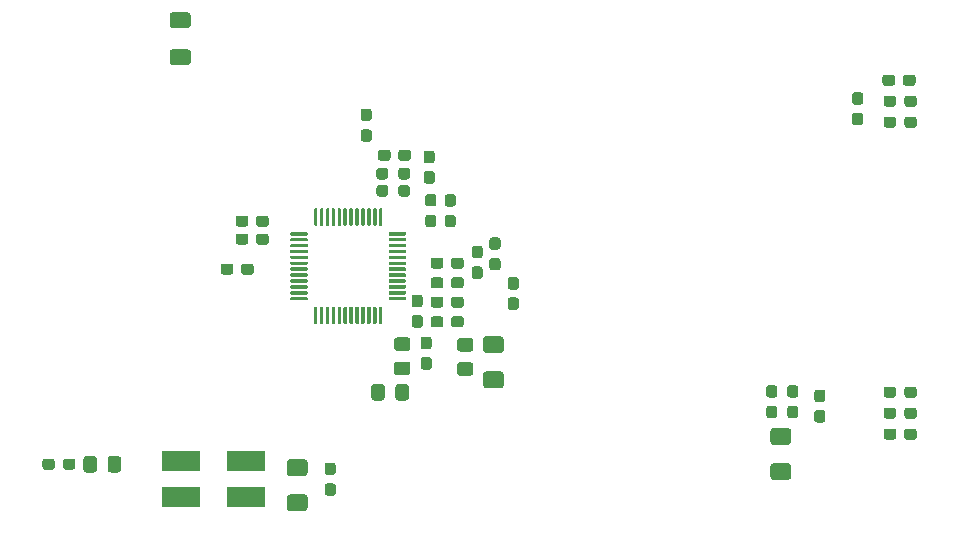
<source format=gtp>
G04 #@! TF.GenerationSoftware,KiCad,Pcbnew,(5.1.12)-1*
G04 #@! TF.CreationDate,2021-12-16T18:47:01+01:00*
G04 #@! TF.ProjectId,eth_phy_KSZ8041MLL_poe,6574685f-7068-4795-9f4b-535a38303431,rev?*
G04 #@! TF.SameCoordinates,Original*
G04 #@! TF.FileFunction,Paste,Top*
G04 #@! TF.FilePolarity,Positive*
%FSLAX46Y46*%
G04 Gerber Fmt 4.6, Leading zero omitted, Abs format (unit mm)*
G04 Created by KiCad (PCBNEW (5.1.12)-1) date 2021-12-16 18:47:01*
%MOMM*%
%LPD*%
G01*
G04 APERTURE LIST*
%ADD10R,3.300000X1.700000*%
G04 APERTURE END LIST*
G36*
G01*
X150492000Y-85835500D02*
X150492000Y-85360500D01*
G75*
G02*
X150729500Y-85123000I237500J0D01*
G01*
X151329500Y-85123000D01*
G75*
G02*
X151567000Y-85360500I0J-237500D01*
G01*
X151567000Y-85835500D01*
G75*
G02*
X151329500Y-86073000I-237500J0D01*
G01*
X150729500Y-86073000D01*
G75*
G02*
X150492000Y-85835500I0J237500D01*
G01*
G37*
G36*
G01*
X152217000Y-85835500D02*
X152217000Y-85360500D01*
G75*
G02*
X152454500Y-85123000I237500J0D01*
G01*
X153054500Y-85123000D01*
G75*
G02*
X153292000Y-85360500I0J-237500D01*
G01*
X153292000Y-85835500D01*
G75*
G02*
X153054500Y-86073000I-237500J0D01*
G01*
X152454500Y-86073000D01*
G75*
G02*
X152217000Y-85835500I0J237500D01*
G01*
G37*
G36*
G01*
X148820500Y-72914500D02*
X148820500Y-73389500D01*
G75*
G02*
X148583000Y-73627000I-237500J0D01*
G01*
X147983000Y-73627000D01*
G75*
G02*
X147745500Y-73389500I0J237500D01*
G01*
X147745500Y-72914500D01*
G75*
G02*
X147983000Y-72677000I237500J0D01*
G01*
X148583000Y-72677000D01*
G75*
G02*
X148820500Y-72914500I0J-237500D01*
G01*
G37*
G36*
G01*
X147095500Y-72914500D02*
X147095500Y-73389500D01*
G75*
G02*
X146858000Y-73627000I-237500J0D01*
G01*
X146258000Y-73627000D01*
G75*
G02*
X146020500Y-73389500I0J237500D01*
G01*
X146020500Y-72914500D01*
G75*
G02*
X146258000Y-72677000I237500J0D01*
G01*
X146858000Y-72677000D01*
G75*
G02*
X147095500Y-72914500I0J-237500D01*
G01*
G37*
G36*
G01*
X129936002Y-65509500D02*
X128635998Y-65509500D01*
G75*
G02*
X128386000Y-65259502I0J249998D01*
G01*
X128386000Y-64434498D01*
G75*
G02*
X128635998Y-64184500I249998J0D01*
G01*
X129936002Y-64184500D01*
G75*
G02*
X130186000Y-64434498I0J-249998D01*
G01*
X130186000Y-65259502D01*
G75*
G02*
X129936002Y-65509500I-249998J0D01*
G01*
G37*
G36*
G01*
X129936002Y-62384500D02*
X128635998Y-62384500D01*
G75*
G02*
X128386000Y-62134502I0J249998D01*
G01*
X128386000Y-61309498D01*
G75*
G02*
X128635998Y-61059500I249998J0D01*
G01*
X129936002Y-61059500D01*
G75*
G02*
X130186000Y-61309498I0J-249998D01*
G01*
X130186000Y-62134502D01*
G75*
G02*
X129936002Y-62384500I-249998J0D01*
G01*
G37*
G36*
G01*
X135057000Y-78502500D02*
X135057000Y-78977500D01*
G75*
G02*
X134819500Y-79215000I-237500J0D01*
G01*
X134219500Y-79215000D01*
G75*
G02*
X133982000Y-78977500I0J237500D01*
G01*
X133982000Y-78502500D01*
G75*
G02*
X134219500Y-78265000I237500J0D01*
G01*
X134819500Y-78265000D01*
G75*
G02*
X135057000Y-78502500I0J-237500D01*
G01*
G37*
G36*
G01*
X136782000Y-78502500D02*
X136782000Y-78977500D01*
G75*
G02*
X136544500Y-79215000I-237500J0D01*
G01*
X135944500Y-79215000D01*
G75*
G02*
X135707000Y-78977500I0J237500D01*
G01*
X135707000Y-78502500D01*
G75*
G02*
X135944500Y-78265000I237500J0D01*
G01*
X136544500Y-78265000D01*
G75*
G02*
X136782000Y-78502500I0J-237500D01*
G01*
G37*
G36*
G01*
X136782000Y-80026500D02*
X136782000Y-80501500D01*
G75*
G02*
X136544500Y-80739000I-237500J0D01*
G01*
X135944500Y-80739000D01*
G75*
G02*
X135707000Y-80501500I0J237500D01*
G01*
X135707000Y-80026500D01*
G75*
G02*
X135944500Y-79789000I237500J0D01*
G01*
X136544500Y-79789000D01*
G75*
G02*
X136782000Y-80026500I0J-237500D01*
G01*
G37*
G36*
G01*
X135057000Y-80026500D02*
X135057000Y-80501500D01*
G75*
G02*
X134819500Y-80739000I-237500J0D01*
G01*
X134219500Y-80739000D01*
G75*
G02*
X133982000Y-80501500I0J237500D01*
G01*
X133982000Y-80026500D01*
G75*
G02*
X134219500Y-79789000I237500J0D01*
G01*
X134819500Y-79789000D01*
G75*
G02*
X135057000Y-80026500I0J-237500D01*
G01*
G37*
G36*
G01*
X155178600Y-91453000D02*
X156428600Y-91453000D01*
G75*
G02*
X156678600Y-91703000I0J-250000D01*
G01*
X156678600Y-92628000D01*
G75*
G02*
X156428600Y-92878000I-250000J0D01*
G01*
X155178600Y-92878000D01*
G75*
G02*
X154928600Y-92628000I0J250000D01*
G01*
X154928600Y-91703000D01*
G75*
G02*
X155178600Y-91453000I250000J0D01*
G01*
G37*
G36*
G01*
X155178600Y-88478000D02*
X156428600Y-88478000D01*
G75*
G02*
X156678600Y-88728000I0J-250000D01*
G01*
X156678600Y-89653000D01*
G75*
G02*
X156428600Y-89903000I-250000J0D01*
G01*
X155178600Y-89903000D01*
G75*
G02*
X154928600Y-89653000I0J250000D01*
G01*
X154928600Y-88728000D01*
G75*
G02*
X155178600Y-88478000I250000J0D01*
G01*
G37*
G36*
G01*
X152217000Y-82533500D02*
X152217000Y-82058500D01*
G75*
G02*
X152454500Y-81821000I237500J0D01*
G01*
X153054500Y-81821000D01*
G75*
G02*
X153292000Y-82058500I0J-237500D01*
G01*
X153292000Y-82533500D01*
G75*
G02*
X153054500Y-82771000I-237500J0D01*
G01*
X152454500Y-82771000D01*
G75*
G02*
X152217000Y-82533500I0J237500D01*
G01*
G37*
G36*
G01*
X150492000Y-82533500D02*
X150492000Y-82058500D01*
G75*
G02*
X150729500Y-81821000I237500J0D01*
G01*
X151329500Y-81821000D01*
G75*
G02*
X151567000Y-82058500I0J-237500D01*
G01*
X151567000Y-82533500D01*
G75*
G02*
X151329500Y-82771000I-237500J0D01*
G01*
X150729500Y-82771000D01*
G75*
G02*
X150492000Y-82533500I0J237500D01*
G01*
G37*
G36*
G01*
X152217000Y-84184500D02*
X152217000Y-83709500D01*
G75*
G02*
X152454500Y-83472000I237500J0D01*
G01*
X153054500Y-83472000D01*
G75*
G02*
X153292000Y-83709500I0J-237500D01*
G01*
X153292000Y-84184500D01*
G75*
G02*
X153054500Y-84422000I-237500J0D01*
G01*
X152454500Y-84422000D01*
G75*
G02*
X152217000Y-84184500I0J237500D01*
G01*
G37*
G36*
G01*
X150492000Y-84184500D02*
X150492000Y-83709500D01*
G75*
G02*
X150729500Y-83472000I237500J0D01*
G01*
X151329500Y-83472000D01*
G75*
G02*
X151567000Y-83709500I0J-237500D01*
G01*
X151567000Y-84184500D01*
G75*
G02*
X151329500Y-84422000I-237500J0D01*
G01*
X150729500Y-84422000D01*
G75*
G02*
X150492000Y-84184500I0J237500D01*
G01*
G37*
G36*
G01*
X149876500Y-88516000D02*
X150351500Y-88516000D01*
G75*
G02*
X150589000Y-88753500I0J-237500D01*
G01*
X150589000Y-89353500D01*
G75*
G02*
X150351500Y-89591000I-237500J0D01*
G01*
X149876500Y-89591000D01*
G75*
G02*
X149639000Y-89353500I0J237500D01*
G01*
X149639000Y-88753500D01*
G75*
G02*
X149876500Y-88516000I237500J0D01*
G01*
G37*
G36*
G01*
X149876500Y-90241000D02*
X150351500Y-90241000D01*
G75*
G02*
X150589000Y-90478500I0J-237500D01*
G01*
X150589000Y-91078500D01*
G75*
G02*
X150351500Y-91316000I-237500J0D01*
G01*
X149876500Y-91316000D01*
G75*
G02*
X149639000Y-91078500I0J237500D01*
G01*
X149639000Y-90478500D01*
G75*
G02*
X149876500Y-90241000I237500J0D01*
G01*
G37*
G36*
G01*
X135512000Y-82566500D02*
X135512000Y-83041500D01*
G75*
G02*
X135274500Y-83279000I-237500J0D01*
G01*
X134674500Y-83279000D01*
G75*
G02*
X134437000Y-83041500I0J237500D01*
G01*
X134437000Y-82566500D01*
G75*
G02*
X134674500Y-82329000I237500J0D01*
G01*
X135274500Y-82329000D01*
G75*
G02*
X135512000Y-82566500I0J-237500D01*
G01*
G37*
G36*
G01*
X133787000Y-82566500D02*
X133787000Y-83041500D01*
G75*
G02*
X133549500Y-83279000I-237500J0D01*
G01*
X132949500Y-83279000D01*
G75*
G02*
X132712000Y-83041500I0J237500D01*
G01*
X132712000Y-82566500D01*
G75*
G02*
X132949500Y-82329000I237500J0D01*
G01*
X133549500Y-82329000D01*
G75*
G02*
X133787000Y-82566500I0J-237500D01*
G01*
G37*
G36*
G01*
X186876700Y-70615000D02*
X186401700Y-70615000D01*
G75*
G02*
X186164200Y-70377500I0J237500D01*
G01*
X186164200Y-69777500D01*
G75*
G02*
X186401700Y-69540000I237500J0D01*
G01*
X186876700Y-69540000D01*
G75*
G02*
X187114200Y-69777500I0J-237500D01*
G01*
X187114200Y-70377500D01*
G75*
G02*
X186876700Y-70615000I-237500J0D01*
G01*
G37*
G36*
G01*
X186876700Y-68890000D02*
X186401700Y-68890000D01*
G75*
G02*
X186164200Y-68652500I0J237500D01*
G01*
X186164200Y-68052500D01*
G75*
G02*
X186401700Y-67815000I237500J0D01*
G01*
X186876700Y-67815000D01*
G75*
G02*
X187114200Y-68052500I0J-237500D01*
G01*
X187114200Y-68652500D01*
G75*
G02*
X186876700Y-68890000I-237500J0D01*
G01*
G37*
G36*
G01*
X152217000Y-87486500D02*
X152217000Y-87011500D01*
G75*
G02*
X152454500Y-86774000I237500J0D01*
G01*
X153054500Y-86774000D01*
G75*
G02*
X153292000Y-87011500I0J-237500D01*
G01*
X153292000Y-87486500D01*
G75*
G02*
X153054500Y-87724000I-237500J0D01*
G01*
X152454500Y-87724000D01*
G75*
G02*
X152217000Y-87486500I0J237500D01*
G01*
G37*
G36*
G01*
X150492000Y-87486500D02*
X150492000Y-87011500D01*
G75*
G02*
X150729500Y-86774000I237500J0D01*
G01*
X151329500Y-86774000D01*
G75*
G02*
X151567000Y-87011500I0J-237500D01*
G01*
X151567000Y-87486500D01*
G75*
G02*
X151329500Y-87724000I-237500J0D01*
G01*
X150729500Y-87724000D01*
G75*
G02*
X150492000Y-87486500I0J237500D01*
G01*
G37*
G36*
G01*
X183201300Y-94711400D02*
X183676300Y-94711400D01*
G75*
G02*
X183913800Y-94948900I0J-237500D01*
G01*
X183913800Y-95548900D01*
G75*
G02*
X183676300Y-95786400I-237500J0D01*
G01*
X183201300Y-95786400D01*
G75*
G02*
X182963800Y-95548900I0J237500D01*
G01*
X182963800Y-94948900D01*
G75*
G02*
X183201300Y-94711400I237500J0D01*
G01*
G37*
G36*
G01*
X183201300Y-92986400D02*
X183676300Y-92986400D01*
G75*
G02*
X183913800Y-93223900I0J-237500D01*
G01*
X183913800Y-93823900D01*
G75*
G02*
X183676300Y-94061400I-237500J0D01*
G01*
X183201300Y-94061400D01*
G75*
G02*
X182963800Y-93823900I0J237500D01*
G01*
X182963800Y-93223900D01*
G75*
G02*
X183201300Y-92986400I237500J0D01*
G01*
G37*
G36*
G01*
X149114500Y-84960000D02*
X149589500Y-84960000D01*
G75*
G02*
X149827000Y-85197500I0J-237500D01*
G01*
X149827000Y-85797500D01*
G75*
G02*
X149589500Y-86035000I-237500J0D01*
G01*
X149114500Y-86035000D01*
G75*
G02*
X148877000Y-85797500I0J237500D01*
G01*
X148877000Y-85197500D01*
G75*
G02*
X149114500Y-84960000I237500J0D01*
G01*
G37*
G36*
G01*
X149114500Y-86685000D02*
X149589500Y-86685000D01*
G75*
G02*
X149827000Y-86922500I0J-237500D01*
G01*
X149827000Y-87522500D01*
G75*
G02*
X149589500Y-87760000I-237500J0D01*
G01*
X149114500Y-87760000D01*
G75*
G02*
X148877000Y-87522500I0J237500D01*
G01*
X148877000Y-86922500D01*
G75*
G02*
X149114500Y-86685000I237500J0D01*
G01*
G37*
G36*
G01*
X179511800Y-96250400D02*
X180761800Y-96250400D01*
G75*
G02*
X181011800Y-96500400I0J-250000D01*
G01*
X181011800Y-97425400D01*
G75*
G02*
X180761800Y-97675400I-250000J0D01*
G01*
X179511800Y-97675400D01*
G75*
G02*
X179261800Y-97425400I0J250000D01*
G01*
X179261800Y-96500400D01*
G75*
G02*
X179511800Y-96250400I250000J0D01*
G01*
G37*
G36*
G01*
X179511800Y-99225400D02*
X180761800Y-99225400D01*
G75*
G02*
X181011800Y-99475400I0J-250000D01*
G01*
X181011800Y-100400400D01*
G75*
G02*
X180761800Y-100650400I-250000J0D01*
G01*
X179511800Y-100650400D01*
G75*
G02*
X179261800Y-100400400I0J250000D01*
G01*
X179261800Y-99475400D01*
G75*
G02*
X179511800Y-99225400I250000J0D01*
G01*
G37*
G36*
G01*
X190470500Y-67039500D02*
X190470500Y-66564500D01*
G75*
G02*
X190708000Y-66327000I237500J0D01*
G01*
X191308000Y-66327000D01*
G75*
G02*
X191545500Y-66564500I0J-237500D01*
G01*
X191545500Y-67039500D01*
G75*
G02*
X191308000Y-67277000I-237500J0D01*
G01*
X190708000Y-67277000D01*
G75*
G02*
X190470500Y-67039500I0J237500D01*
G01*
G37*
G36*
G01*
X188745500Y-67039500D02*
X188745500Y-66564500D01*
G75*
G02*
X188983000Y-66327000I237500J0D01*
G01*
X189583000Y-66327000D01*
G75*
G02*
X189820500Y-66564500I0J-237500D01*
G01*
X189820500Y-67039500D01*
G75*
G02*
X189583000Y-67277000I-237500J0D01*
G01*
X188983000Y-67277000D01*
G75*
G02*
X188745500Y-67039500I0J237500D01*
G01*
G37*
D10*
X129330000Y-99060000D03*
X134830000Y-99060000D03*
X134830000Y-102108000D03*
X129330000Y-102108000D03*
G36*
G01*
X124291000Y-98863999D02*
X124291000Y-99764001D01*
G75*
G02*
X124041001Y-100014000I-249999J0D01*
G01*
X123390999Y-100014000D01*
G75*
G02*
X123141000Y-99764001I0J249999D01*
G01*
X123141000Y-98863999D01*
G75*
G02*
X123390999Y-98614000I249999J0D01*
G01*
X124041001Y-98614000D01*
G75*
G02*
X124291000Y-98863999I0J-249999D01*
G01*
G37*
G36*
G01*
X122241000Y-98863999D02*
X122241000Y-99764001D01*
G75*
G02*
X121991001Y-100014000I-249999J0D01*
G01*
X121340999Y-100014000D01*
G75*
G02*
X121091000Y-99764001I0J249999D01*
G01*
X121091000Y-98863999D01*
G75*
G02*
X121340999Y-98614000I249999J0D01*
G01*
X121991001Y-98614000D01*
G75*
G02*
X122241000Y-98863999I0J-249999D01*
G01*
G37*
G36*
G01*
X152965999Y-88620800D02*
X153866001Y-88620800D01*
G75*
G02*
X154116000Y-88870799I0J-249999D01*
G01*
X154116000Y-89520801D01*
G75*
G02*
X153866001Y-89770800I-249999J0D01*
G01*
X152965999Y-89770800D01*
G75*
G02*
X152716000Y-89520801I0J249999D01*
G01*
X152716000Y-88870799D01*
G75*
G02*
X152965999Y-88620800I249999J0D01*
G01*
G37*
G36*
G01*
X152965999Y-90670800D02*
X153866001Y-90670800D01*
G75*
G02*
X154116000Y-90920799I0J-249999D01*
G01*
X154116000Y-91570801D01*
G75*
G02*
X153866001Y-91820800I-249999J0D01*
G01*
X152965999Y-91820800D01*
G75*
G02*
X152716000Y-91570801I0J249999D01*
G01*
X152716000Y-90920799D01*
G75*
G02*
X152965999Y-90670800I249999J0D01*
G01*
G37*
G36*
G01*
X145457000Y-93668001D02*
X145457000Y-92767999D01*
G75*
G02*
X145706999Y-92518000I249999J0D01*
G01*
X146357001Y-92518000D01*
G75*
G02*
X146607000Y-92767999I0J-249999D01*
G01*
X146607000Y-93668001D01*
G75*
G02*
X146357001Y-93918000I-249999J0D01*
G01*
X145706999Y-93918000D01*
G75*
G02*
X145457000Y-93668001I0J249999D01*
G01*
G37*
G36*
G01*
X147507000Y-93668001D02*
X147507000Y-92767999D01*
G75*
G02*
X147756999Y-92518000I249999J0D01*
G01*
X148407001Y-92518000D01*
G75*
G02*
X148657000Y-92767999I0J-249999D01*
G01*
X148657000Y-93668001D01*
G75*
G02*
X148407001Y-93918000I-249999J0D01*
G01*
X147756999Y-93918000D01*
G75*
G02*
X147507000Y-93668001I0J249999D01*
G01*
G37*
G36*
G01*
X147631999Y-90620000D02*
X148532001Y-90620000D01*
G75*
G02*
X148782000Y-90869999I0J-249999D01*
G01*
X148782000Y-91520001D01*
G75*
G02*
X148532001Y-91770000I-249999J0D01*
G01*
X147631999Y-91770000D01*
G75*
G02*
X147382000Y-91520001I0J249999D01*
G01*
X147382000Y-90869999D01*
G75*
G02*
X147631999Y-90620000I249999J0D01*
G01*
G37*
G36*
G01*
X147631999Y-88570000D02*
X148532001Y-88570000D01*
G75*
G02*
X148782000Y-88819999I0J-249999D01*
G01*
X148782000Y-89470001D01*
G75*
G02*
X148532001Y-89720000I-249999J0D01*
G01*
X147631999Y-89720000D01*
G75*
G02*
X147382000Y-89470001I0J249999D01*
G01*
X147382000Y-88819999D01*
G75*
G02*
X147631999Y-88570000I249999J0D01*
G01*
G37*
G36*
G01*
X148410000Y-85225000D02*
X148410000Y-85375000D01*
G75*
G02*
X148335000Y-85450000I-75000J0D01*
G01*
X147010000Y-85450000D01*
G75*
G02*
X146935000Y-85375000I0J75000D01*
G01*
X146935000Y-85225000D01*
G75*
G02*
X147010000Y-85150000I75000J0D01*
G01*
X148335000Y-85150000D01*
G75*
G02*
X148410000Y-85225000I0J-75000D01*
G01*
G37*
G36*
G01*
X148410000Y-84725000D02*
X148410000Y-84875000D01*
G75*
G02*
X148335000Y-84950000I-75000J0D01*
G01*
X147010000Y-84950000D01*
G75*
G02*
X146935000Y-84875000I0J75000D01*
G01*
X146935000Y-84725000D01*
G75*
G02*
X147010000Y-84650000I75000J0D01*
G01*
X148335000Y-84650000D01*
G75*
G02*
X148410000Y-84725000I0J-75000D01*
G01*
G37*
G36*
G01*
X148410000Y-84225000D02*
X148410000Y-84375000D01*
G75*
G02*
X148335000Y-84450000I-75000J0D01*
G01*
X147010000Y-84450000D01*
G75*
G02*
X146935000Y-84375000I0J75000D01*
G01*
X146935000Y-84225000D01*
G75*
G02*
X147010000Y-84150000I75000J0D01*
G01*
X148335000Y-84150000D01*
G75*
G02*
X148410000Y-84225000I0J-75000D01*
G01*
G37*
G36*
G01*
X148410000Y-83725000D02*
X148410000Y-83875000D01*
G75*
G02*
X148335000Y-83950000I-75000J0D01*
G01*
X147010000Y-83950000D01*
G75*
G02*
X146935000Y-83875000I0J75000D01*
G01*
X146935000Y-83725000D01*
G75*
G02*
X147010000Y-83650000I75000J0D01*
G01*
X148335000Y-83650000D01*
G75*
G02*
X148410000Y-83725000I0J-75000D01*
G01*
G37*
G36*
G01*
X148410000Y-83225000D02*
X148410000Y-83375000D01*
G75*
G02*
X148335000Y-83450000I-75000J0D01*
G01*
X147010000Y-83450000D01*
G75*
G02*
X146935000Y-83375000I0J75000D01*
G01*
X146935000Y-83225000D01*
G75*
G02*
X147010000Y-83150000I75000J0D01*
G01*
X148335000Y-83150000D01*
G75*
G02*
X148410000Y-83225000I0J-75000D01*
G01*
G37*
G36*
G01*
X148410000Y-82725000D02*
X148410000Y-82875000D01*
G75*
G02*
X148335000Y-82950000I-75000J0D01*
G01*
X147010000Y-82950000D01*
G75*
G02*
X146935000Y-82875000I0J75000D01*
G01*
X146935000Y-82725000D01*
G75*
G02*
X147010000Y-82650000I75000J0D01*
G01*
X148335000Y-82650000D01*
G75*
G02*
X148410000Y-82725000I0J-75000D01*
G01*
G37*
G36*
G01*
X148410000Y-82225000D02*
X148410000Y-82375000D01*
G75*
G02*
X148335000Y-82450000I-75000J0D01*
G01*
X147010000Y-82450000D01*
G75*
G02*
X146935000Y-82375000I0J75000D01*
G01*
X146935000Y-82225000D01*
G75*
G02*
X147010000Y-82150000I75000J0D01*
G01*
X148335000Y-82150000D01*
G75*
G02*
X148410000Y-82225000I0J-75000D01*
G01*
G37*
G36*
G01*
X148410000Y-81725000D02*
X148410000Y-81875000D01*
G75*
G02*
X148335000Y-81950000I-75000J0D01*
G01*
X147010000Y-81950000D01*
G75*
G02*
X146935000Y-81875000I0J75000D01*
G01*
X146935000Y-81725000D01*
G75*
G02*
X147010000Y-81650000I75000J0D01*
G01*
X148335000Y-81650000D01*
G75*
G02*
X148410000Y-81725000I0J-75000D01*
G01*
G37*
G36*
G01*
X148410000Y-81225000D02*
X148410000Y-81375000D01*
G75*
G02*
X148335000Y-81450000I-75000J0D01*
G01*
X147010000Y-81450000D01*
G75*
G02*
X146935000Y-81375000I0J75000D01*
G01*
X146935000Y-81225000D01*
G75*
G02*
X147010000Y-81150000I75000J0D01*
G01*
X148335000Y-81150000D01*
G75*
G02*
X148410000Y-81225000I0J-75000D01*
G01*
G37*
G36*
G01*
X148410000Y-80725000D02*
X148410000Y-80875000D01*
G75*
G02*
X148335000Y-80950000I-75000J0D01*
G01*
X147010000Y-80950000D01*
G75*
G02*
X146935000Y-80875000I0J75000D01*
G01*
X146935000Y-80725000D01*
G75*
G02*
X147010000Y-80650000I75000J0D01*
G01*
X148335000Y-80650000D01*
G75*
G02*
X148410000Y-80725000I0J-75000D01*
G01*
G37*
G36*
G01*
X148410000Y-80225000D02*
X148410000Y-80375000D01*
G75*
G02*
X148335000Y-80450000I-75000J0D01*
G01*
X147010000Y-80450000D01*
G75*
G02*
X146935000Y-80375000I0J75000D01*
G01*
X146935000Y-80225000D01*
G75*
G02*
X147010000Y-80150000I75000J0D01*
G01*
X148335000Y-80150000D01*
G75*
G02*
X148410000Y-80225000I0J-75000D01*
G01*
G37*
G36*
G01*
X148410000Y-79725000D02*
X148410000Y-79875000D01*
G75*
G02*
X148335000Y-79950000I-75000J0D01*
G01*
X147010000Y-79950000D01*
G75*
G02*
X146935000Y-79875000I0J75000D01*
G01*
X146935000Y-79725000D01*
G75*
G02*
X147010000Y-79650000I75000J0D01*
G01*
X148335000Y-79650000D01*
G75*
G02*
X148410000Y-79725000I0J-75000D01*
G01*
G37*
G36*
G01*
X146410000Y-77725000D02*
X146410000Y-79050000D01*
G75*
G02*
X146335000Y-79125000I-75000J0D01*
G01*
X146185000Y-79125000D01*
G75*
G02*
X146110000Y-79050000I0J75000D01*
G01*
X146110000Y-77725000D01*
G75*
G02*
X146185000Y-77650000I75000J0D01*
G01*
X146335000Y-77650000D01*
G75*
G02*
X146410000Y-77725000I0J-75000D01*
G01*
G37*
G36*
G01*
X145910000Y-77725000D02*
X145910000Y-79050000D01*
G75*
G02*
X145835000Y-79125000I-75000J0D01*
G01*
X145685000Y-79125000D01*
G75*
G02*
X145610000Y-79050000I0J75000D01*
G01*
X145610000Y-77725000D01*
G75*
G02*
X145685000Y-77650000I75000J0D01*
G01*
X145835000Y-77650000D01*
G75*
G02*
X145910000Y-77725000I0J-75000D01*
G01*
G37*
G36*
G01*
X145410000Y-77725000D02*
X145410000Y-79050000D01*
G75*
G02*
X145335000Y-79125000I-75000J0D01*
G01*
X145185000Y-79125000D01*
G75*
G02*
X145110000Y-79050000I0J75000D01*
G01*
X145110000Y-77725000D01*
G75*
G02*
X145185000Y-77650000I75000J0D01*
G01*
X145335000Y-77650000D01*
G75*
G02*
X145410000Y-77725000I0J-75000D01*
G01*
G37*
G36*
G01*
X144910000Y-77725000D02*
X144910000Y-79050000D01*
G75*
G02*
X144835000Y-79125000I-75000J0D01*
G01*
X144685000Y-79125000D01*
G75*
G02*
X144610000Y-79050000I0J75000D01*
G01*
X144610000Y-77725000D01*
G75*
G02*
X144685000Y-77650000I75000J0D01*
G01*
X144835000Y-77650000D01*
G75*
G02*
X144910000Y-77725000I0J-75000D01*
G01*
G37*
G36*
G01*
X144410000Y-77725000D02*
X144410000Y-79050000D01*
G75*
G02*
X144335000Y-79125000I-75000J0D01*
G01*
X144185000Y-79125000D01*
G75*
G02*
X144110000Y-79050000I0J75000D01*
G01*
X144110000Y-77725000D01*
G75*
G02*
X144185000Y-77650000I75000J0D01*
G01*
X144335000Y-77650000D01*
G75*
G02*
X144410000Y-77725000I0J-75000D01*
G01*
G37*
G36*
G01*
X143910000Y-77725000D02*
X143910000Y-79050000D01*
G75*
G02*
X143835000Y-79125000I-75000J0D01*
G01*
X143685000Y-79125000D01*
G75*
G02*
X143610000Y-79050000I0J75000D01*
G01*
X143610000Y-77725000D01*
G75*
G02*
X143685000Y-77650000I75000J0D01*
G01*
X143835000Y-77650000D01*
G75*
G02*
X143910000Y-77725000I0J-75000D01*
G01*
G37*
G36*
G01*
X143410000Y-77725000D02*
X143410000Y-79050000D01*
G75*
G02*
X143335000Y-79125000I-75000J0D01*
G01*
X143185000Y-79125000D01*
G75*
G02*
X143110000Y-79050000I0J75000D01*
G01*
X143110000Y-77725000D01*
G75*
G02*
X143185000Y-77650000I75000J0D01*
G01*
X143335000Y-77650000D01*
G75*
G02*
X143410000Y-77725000I0J-75000D01*
G01*
G37*
G36*
G01*
X142910000Y-77725000D02*
X142910000Y-79050000D01*
G75*
G02*
X142835000Y-79125000I-75000J0D01*
G01*
X142685000Y-79125000D01*
G75*
G02*
X142610000Y-79050000I0J75000D01*
G01*
X142610000Y-77725000D01*
G75*
G02*
X142685000Y-77650000I75000J0D01*
G01*
X142835000Y-77650000D01*
G75*
G02*
X142910000Y-77725000I0J-75000D01*
G01*
G37*
G36*
G01*
X142410000Y-77725000D02*
X142410000Y-79050000D01*
G75*
G02*
X142335000Y-79125000I-75000J0D01*
G01*
X142185000Y-79125000D01*
G75*
G02*
X142110000Y-79050000I0J75000D01*
G01*
X142110000Y-77725000D01*
G75*
G02*
X142185000Y-77650000I75000J0D01*
G01*
X142335000Y-77650000D01*
G75*
G02*
X142410000Y-77725000I0J-75000D01*
G01*
G37*
G36*
G01*
X141910000Y-77725000D02*
X141910000Y-79050000D01*
G75*
G02*
X141835000Y-79125000I-75000J0D01*
G01*
X141685000Y-79125000D01*
G75*
G02*
X141610000Y-79050000I0J75000D01*
G01*
X141610000Y-77725000D01*
G75*
G02*
X141685000Y-77650000I75000J0D01*
G01*
X141835000Y-77650000D01*
G75*
G02*
X141910000Y-77725000I0J-75000D01*
G01*
G37*
G36*
G01*
X141410000Y-77725000D02*
X141410000Y-79050000D01*
G75*
G02*
X141335000Y-79125000I-75000J0D01*
G01*
X141185000Y-79125000D01*
G75*
G02*
X141110000Y-79050000I0J75000D01*
G01*
X141110000Y-77725000D01*
G75*
G02*
X141185000Y-77650000I75000J0D01*
G01*
X141335000Y-77650000D01*
G75*
G02*
X141410000Y-77725000I0J-75000D01*
G01*
G37*
G36*
G01*
X140910000Y-77725000D02*
X140910000Y-79050000D01*
G75*
G02*
X140835000Y-79125000I-75000J0D01*
G01*
X140685000Y-79125000D01*
G75*
G02*
X140610000Y-79050000I0J75000D01*
G01*
X140610000Y-77725000D01*
G75*
G02*
X140685000Y-77650000I75000J0D01*
G01*
X140835000Y-77650000D01*
G75*
G02*
X140910000Y-77725000I0J-75000D01*
G01*
G37*
G36*
G01*
X140085000Y-79725000D02*
X140085000Y-79875000D01*
G75*
G02*
X140010000Y-79950000I-75000J0D01*
G01*
X138685000Y-79950000D01*
G75*
G02*
X138610000Y-79875000I0J75000D01*
G01*
X138610000Y-79725000D01*
G75*
G02*
X138685000Y-79650000I75000J0D01*
G01*
X140010000Y-79650000D01*
G75*
G02*
X140085000Y-79725000I0J-75000D01*
G01*
G37*
G36*
G01*
X140085000Y-80225000D02*
X140085000Y-80375000D01*
G75*
G02*
X140010000Y-80450000I-75000J0D01*
G01*
X138685000Y-80450000D01*
G75*
G02*
X138610000Y-80375000I0J75000D01*
G01*
X138610000Y-80225000D01*
G75*
G02*
X138685000Y-80150000I75000J0D01*
G01*
X140010000Y-80150000D01*
G75*
G02*
X140085000Y-80225000I0J-75000D01*
G01*
G37*
G36*
G01*
X140085000Y-80725000D02*
X140085000Y-80875000D01*
G75*
G02*
X140010000Y-80950000I-75000J0D01*
G01*
X138685000Y-80950000D01*
G75*
G02*
X138610000Y-80875000I0J75000D01*
G01*
X138610000Y-80725000D01*
G75*
G02*
X138685000Y-80650000I75000J0D01*
G01*
X140010000Y-80650000D01*
G75*
G02*
X140085000Y-80725000I0J-75000D01*
G01*
G37*
G36*
G01*
X140085000Y-81225000D02*
X140085000Y-81375000D01*
G75*
G02*
X140010000Y-81450000I-75000J0D01*
G01*
X138685000Y-81450000D01*
G75*
G02*
X138610000Y-81375000I0J75000D01*
G01*
X138610000Y-81225000D01*
G75*
G02*
X138685000Y-81150000I75000J0D01*
G01*
X140010000Y-81150000D01*
G75*
G02*
X140085000Y-81225000I0J-75000D01*
G01*
G37*
G36*
G01*
X140085000Y-81725000D02*
X140085000Y-81875000D01*
G75*
G02*
X140010000Y-81950000I-75000J0D01*
G01*
X138685000Y-81950000D01*
G75*
G02*
X138610000Y-81875000I0J75000D01*
G01*
X138610000Y-81725000D01*
G75*
G02*
X138685000Y-81650000I75000J0D01*
G01*
X140010000Y-81650000D01*
G75*
G02*
X140085000Y-81725000I0J-75000D01*
G01*
G37*
G36*
G01*
X140085000Y-82225000D02*
X140085000Y-82375000D01*
G75*
G02*
X140010000Y-82450000I-75000J0D01*
G01*
X138685000Y-82450000D01*
G75*
G02*
X138610000Y-82375000I0J75000D01*
G01*
X138610000Y-82225000D01*
G75*
G02*
X138685000Y-82150000I75000J0D01*
G01*
X140010000Y-82150000D01*
G75*
G02*
X140085000Y-82225000I0J-75000D01*
G01*
G37*
G36*
G01*
X140085000Y-82725000D02*
X140085000Y-82875000D01*
G75*
G02*
X140010000Y-82950000I-75000J0D01*
G01*
X138685000Y-82950000D01*
G75*
G02*
X138610000Y-82875000I0J75000D01*
G01*
X138610000Y-82725000D01*
G75*
G02*
X138685000Y-82650000I75000J0D01*
G01*
X140010000Y-82650000D01*
G75*
G02*
X140085000Y-82725000I0J-75000D01*
G01*
G37*
G36*
G01*
X140085000Y-83225000D02*
X140085000Y-83375000D01*
G75*
G02*
X140010000Y-83450000I-75000J0D01*
G01*
X138685000Y-83450000D01*
G75*
G02*
X138610000Y-83375000I0J75000D01*
G01*
X138610000Y-83225000D01*
G75*
G02*
X138685000Y-83150000I75000J0D01*
G01*
X140010000Y-83150000D01*
G75*
G02*
X140085000Y-83225000I0J-75000D01*
G01*
G37*
G36*
G01*
X140085000Y-83725000D02*
X140085000Y-83875000D01*
G75*
G02*
X140010000Y-83950000I-75000J0D01*
G01*
X138685000Y-83950000D01*
G75*
G02*
X138610000Y-83875000I0J75000D01*
G01*
X138610000Y-83725000D01*
G75*
G02*
X138685000Y-83650000I75000J0D01*
G01*
X140010000Y-83650000D01*
G75*
G02*
X140085000Y-83725000I0J-75000D01*
G01*
G37*
G36*
G01*
X140085000Y-84225000D02*
X140085000Y-84375000D01*
G75*
G02*
X140010000Y-84450000I-75000J0D01*
G01*
X138685000Y-84450000D01*
G75*
G02*
X138610000Y-84375000I0J75000D01*
G01*
X138610000Y-84225000D01*
G75*
G02*
X138685000Y-84150000I75000J0D01*
G01*
X140010000Y-84150000D01*
G75*
G02*
X140085000Y-84225000I0J-75000D01*
G01*
G37*
G36*
G01*
X140085000Y-84725000D02*
X140085000Y-84875000D01*
G75*
G02*
X140010000Y-84950000I-75000J0D01*
G01*
X138685000Y-84950000D01*
G75*
G02*
X138610000Y-84875000I0J75000D01*
G01*
X138610000Y-84725000D01*
G75*
G02*
X138685000Y-84650000I75000J0D01*
G01*
X140010000Y-84650000D01*
G75*
G02*
X140085000Y-84725000I0J-75000D01*
G01*
G37*
G36*
G01*
X140085000Y-85225000D02*
X140085000Y-85375000D01*
G75*
G02*
X140010000Y-85450000I-75000J0D01*
G01*
X138685000Y-85450000D01*
G75*
G02*
X138610000Y-85375000I0J75000D01*
G01*
X138610000Y-85225000D01*
G75*
G02*
X138685000Y-85150000I75000J0D01*
G01*
X140010000Y-85150000D01*
G75*
G02*
X140085000Y-85225000I0J-75000D01*
G01*
G37*
G36*
G01*
X140910000Y-86050000D02*
X140910000Y-87375000D01*
G75*
G02*
X140835000Y-87450000I-75000J0D01*
G01*
X140685000Y-87450000D01*
G75*
G02*
X140610000Y-87375000I0J75000D01*
G01*
X140610000Y-86050000D01*
G75*
G02*
X140685000Y-85975000I75000J0D01*
G01*
X140835000Y-85975000D01*
G75*
G02*
X140910000Y-86050000I0J-75000D01*
G01*
G37*
G36*
G01*
X141410000Y-86050000D02*
X141410000Y-87375000D01*
G75*
G02*
X141335000Y-87450000I-75000J0D01*
G01*
X141185000Y-87450000D01*
G75*
G02*
X141110000Y-87375000I0J75000D01*
G01*
X141110000Y-86050000D01*
G75*
G02*
X141185000Y-85975000I75000J0D01*
G01*
X141335000Y-85975000D01*
G75*
G02*
X141410000Y-86050000I0J-75000D01*
G01*
G37*
G36*
G01*
X141910000Y-86050000D02*
X141910000Y-87375000D01*
G75*
G02*
X141835000Y-87450000I-75000J0D01*
G01*
X141685000Y-87450000D01*
G75*
G02*
X141610000Y-87375000I0J75000D01*
G01*
X141610000Y-86050000D01*
G75*
G02*
X141685000Y-85975000I75000J0D01*
G01*
X141835000Y-85975000D01*
G75*
G02*
X141910000Y-86050000I0J-75000D01*
G01*
G37*
G36*
G01*
X142410000Y-86050000D02*
X142410000Y-87375000D01*
G75*
G02*
X142335000Y-87450000I-75000J0D01*
G01*
X142185000Y-87450000D01*
G75*
G02*
X142110000Y-87375000I0J75000D01*
G01*
X142110000Y-86050000D01*
G75*
G02*
X142185000Y-85975000I75000J0D01*
G01*
X142335000Y-85975000D01*
G75*
G02*
X142410000Y-86050000I0J-75000D01*
G01*
G37*
G36*
G01*
X142910000Y-86050000D02*
X142910000Y-87375000D01*
G75*
G02*
X142835000Y-87450000I-75000J0D01*
G01*
X142685000Y-87450000D01*
G75*
G02*
X142610000Y-87375000I0J75000D01*
G01*
X142610000Y-86050000D01*
G75*
G02*
X142685000Y-85975000I75000J0D01*
G01*
X142835000Y-85975000D01*
G75*
G02*
X142910000Y-86050000I0J-75000D01*
G01*
G37*
G36*
G01*
X143410000Y-86050000D02*
X143410000Y-87375000D01*
G75*
G02*
X143335000Y-87450000I-75000J0D01*
G01*
X143185000Y-87450000D01*
G75*
G02*
X143110000Y-87375000I0J75000D01*
G01*
X143110000Y-86050000D01*
G75*
G02*
X143185000Y-85975000I75000J0D01*
G01*
X143335000Y-85975000D01*
G75*
G02*
X143410000Y-86050000I0J-75000D01*
G01*
G37*
G36*
G01*
X143910000Y-86050000D02*
X143910000Y-87375000D01*
G75*
G02*
X143835000Y-87450000I-75000J0D01*
G01*
X143685000Y-87450000D01*
G75*
G02*
X143610000Y-87375000I0J75000D01*
G01*
X143610000Y-86050000D01*
G75*
G02*
X143685000Y-85975000I75000J0D01*
G01*
X143835000Y-85975000D01*
G75*
G02*
X143910000Y-86050000I0J-75000D01*
G01*
G37*
G36*
G01*
X144410000Y-86050000D02*
X144410000Y-87375000D01*
G75*
G02*
X144335000Y-87450000I-75000J0D01*
G01*
X144185000Y-87450000D01*
G75*
G02*
X144110000Y-87375000I0J75000D01*
G01*
X144110000Y-86050000D01*
G75*
G02*
X144185000Y-85975000I75000J0D01*
G01*
X144335000Y-85975000D01*
G75*
G02*
X144410000Y-86050000I0J-75000D01*
G01*
G37*
G36*
G01*
X144910000Y-86050000D02*
X144910000Y-87375000D01*
G75*
G02*
X144835000Y-87450000I-75000J0D01*
G01*
X144685000Y-87450000D01*
G75*
G02*
X144610000Y-87375000I0J75000D01*
G01*
X144610000Y-86050000D01*
G75*
G02*
X144685000Y-85975000I75000J0D01*
G01*
X144835000Y-85975000D01*
G75*
G02*
X144910000Y-86050000I0J-75000D01*
G01*
G37*
G36*
G01*
X145410000Y-86050000D02*
X145410000Y-87375000D01*
G75*
G02*
X145335000Y-87450000I-75000J0D01*
G01*
X145185000Y-87450000D01*
G75*
G02*
X145110000Y-87375000I0J75000D01*
G01*
X145110000Y-86050000D01*
G75*
G02*
X145185000Y-85975000I75000J0D01*
G01*
X145335000Y-85975000D01*
G75*
G02*
X145410000Y-86050000I0J-75000D01*
G01*
G37*
G36*
G01*
X145910000Y-86050000D02*
X145910000Y-87375000D01*
G75*
G02*
X145835000Y-87450000I-75000J0D01*
G01*
X145685000Y-87450000D01*
G75*
G02*
X145610000Y-87375000I0J75000D01*
G01*
X145610000Y-86050000D01*
G75*
G02*
X145685000Y-85975000I75000J0D01*
G01*
X145835000Y-85975000D01*
G75*
G02*
X145910000Y-86050000I0J-75000D01*
G01*
G37*
G36*
G01*
X146410000Y-86050000D02*
X146410000Y-87375000D01*
G75*
G02*
X146335000Y-87450000I-75000J0D01*
G01*
X146185000Y-87450000D01*
G75*
G02*
X146110000Y-87375000I0J75000D01*
G01*
X146110000Y-86050000D01*
G75*
G02*
X146185000Y-85975000I75000J0D01*
G01*
X146335000Y-85975000D01*
G75*
G02*
X146410000Y-86050000I0J-75000D01*
G01*
G37*
G36*
G01*
X180915300Y-92619400D02*
X181390300Y-92619400D01*
G75*
G02*
X181627800Y-92856900I0J-237500D01*
G01*
X181627800Y-93431900D01*
G75*
G02*
X181390300Y-93669400I-237500J0D01*
G01*
X180915300Y-93669400D01*
G75*
G02*
X180677800Y-93431900I0J237500D01*
G01*
X180677800Y-92856900D01*
G75*
G02*
X180915300Y-92619400I237500J0D01*
G01*
G37*
G36*
G01*
X180915300Y-94369400D02*
X181390300Y-94369400D01*
G75*
G02*
X181627800Y-94606900I0J-237500D01*
G01*
X181627800Y-95181900D01*
G75*
G02*
X181390300Y-95419400I-237500J0D01*
G01*
X180915300Y-95419400D01*
G75*
G02*
X180677800Y-95181900I0J237500D01*
G01*
X180677800Y-94606900D01*
G75*
G02*
X180915300Y-94369400I237500J0D01*
G01*
G37*
G36*
G01*
X179137300Y-94369400D02*
X179612300Y-94369400D01*
G75*
G02*
X179849800Y-94606900I0J-237500D01*
G01*
X179849800Y-95181900D01*
G75*
G02*
X179612300Y-95419400I-237500J0D01*
G01*
X179137300Y-95419400D01*
G75*
G02*
X178899800Y-95181900I0J237500D01*
G01*
X178899800Y-94606900D01*
G75*
G02*
X179137300Y-94369400I237500J0D01*
G01*
G37*
G36*
G01*
X179137300Y-92619400D02*
X179612300Y-92619400D01*
G75*
G02*
X179849800Y-92856900I0J-237500D01*
G01*
X179849800Y-93431900D01*
G75*
G02*
X179612300Y-93669400I-237500J0D01*
G01*
X179137300Y-93669400D01*
G75*
G02*
X178899800Y-93431900I0J237500D01*
G01*
X178899800Y-92856900D01*
G75*
G02*
X179137300Y-92619400I237500J0D01*
G01*
G37*
G36*
G01*
X188846000Y-95233500D02*
X188846000Y-94758500D01*
G75*
G02*
X189083500Y-94521000I237500J0D01*
G01*
X189658500Y-94521000D01*
G75*
G02*
X189896000Y-94758500I0J-237500D01*
G01*
X189896000Y-95233500D01*
G75*
G02*
X189658500Y-95471000I-237500J0D01*
G01*
X189083500Y-95471000D01*
G75*
G02*
X188846000Y-95233500I0J237500D01*
G01*
G37*
G36*
G01*
X190596000Y-95233500D02*
X190596000Y-94758500D01*
G75*
G02*
X190833500Y-94521000I237500J0D01*
G01*
X191408500Y-94521000D01*
G75*
G02*
X191646000Y-94758500I0J-237500D01*
G01*
X191646000Y-95233500D01*
G75*
G02*
X191408500Y-95471000I-237500J0D01*
G01*
X190833500Y-95471000D01*
G75*
G02*
X190596000Y-95233500I0J237500D01*
G01*
G37*
G36*
G01*
X188846000Y-93455500D02*
X188846000Y-92980500D01*
G75*
G02*
X189083500Y-92743000I237500J0D01*
G01*
X189658500Y-92743000D01*
G75*
G02*
X189896000Y-92980500I0J-237500D01*
G01*
X189896000Y-93455500D01*
G75*
G02*
X189658500Y-93693000I-237500J0D01*
G01*
X189083500Y-93693000D01*
G75*
G02*
X188846000Y-93455500I0J237500D01*
G01*
G37*
G36*
G01*
X190596000Y-93455500D02*
X190596000Y-92980500D01*
G75*
G02*
X190833500Y-92743000I237500J0D01*
G01*
X191408500Y-92743000D01*
G75*
G02*
X191646000Y-92980500I0J-237500D01*
G01*
X191646000Y-93455500D01*
G75*
G02*
X191408500Y-93693000I-237500J0D01*
G01*
X190833500Y-93693000D01*
G75*
G02*
X190596000Y-93455500I0J237500D01*
G01*
G37*
G36*
G01*
X190596000Y-68817500D02*
X190596000Y-68342500D01*
G75*
G02*
X190833500Y-68105000I237500J0D01*
G01*
X191408500Y-68105000D01*
G75*
G02*
X191646000Y-68342500I0J-237500D01*
G01*
X191646000Y-68817500D01*
G75*
G02*
X191408500Y-69055000I-237500J0D01*
G01*
X190833500Y-69055000D01*
G75*
G02*
X190596000Y-68817500I0J237500D01*
G01*
G37*
G36*
G01*
X188846000Y-68817500D02*
X188846000Y-68342500D01*
G75*
G02*
X189083500Y-68105000I237500J0D01*
G01*
X189658500Y-68105000D01*
G75*
G02*
X189896000Y-68342500I0J-237500D01*
G01*
X189896000Y-68817500D01*
G75*
G02*
X189658500Y-69055000I-237500J0D01*
G01*
X189083500Y-69055000D01*
G75*
G02*
X188846000Y-68817500I0J237500D01*
G01*
G37*
G36*
G01*
X190596000Y-70595500D02*
X190596000Y-70120500D01*
G75*
G02*
X190833500Y-69883000I237500J0D01*
G01*
X191408500Y-69883000D01*
G75*
G02*
X191646000Y-70120500I0J-237500D01*
G01*
X191646000Y-70595500D01*
G75*
G02*
X191408500Y-70833000I-237500J0D01*
G01*
X190833500Y-70833000D01*
G75*
G02*
X190596000Y-70595500I0J237500D01*
G01*
G37*
G36*
G01*
X188846000Y-70595500D02*
X188846000Y-70120500D01*
G75*
G02*
X189083500Y-69883000I237500J0D01*
G01*
X189658500Y-69883000D01*
G75*
G02*
X189896000Y-70120500I0J-237500D01*
G01*
X189896000Y-70595500D01*
G75*
G02*
X189658500Y-70833000I-237500J0D01*
G01*
X189083500Y-70833000D01*
G75*
G02*
X188846000Y-70595500I0J237500D01*
G01*
G37*
G36*
G01*
X142223500Y-100234000D02*
X141748500Y-100234000D01*
G75*
G02*
X141511000Y-99996500I0J237500D01*
G01*
X141511000Y-99421500D01*
G75*
G02*
X141748500Y-99184000I237500J0D01*
G01*
X142223500Y-99184000D01*
G75*
G02*
X142461000Y-99421500I0J-237500D01*
G01*
X142461000Y-99996500D01*
G75*
G02*
X142223500Y-100234000I-237500J0D01*
G01*
G37*
G36*
G01*
X142223500Y-101984000D02*
X141748500Y-101984000D01*
G75*
G02*
X141511000Y-101746500I0J237500D01*
G01*
X141511000Y-101171500D01*
G75*
G02*
X141748500Y-100934000I237500J0D01*
G01*
X142223500Y-100934000D01*
G75*
G02*
X142461000Y-101171500I0J-237500D01*
G01*
X142461000Y-101746500D01*
G75*
G02*
X142223500Y-101984000I-237500J0D01*
G01*
G37*
G36*
G01*
X117613000Y-99551500D02*
X117613000Y-99076500D01*
G75*
G02*
X117850500Y-98839000I237500J0D01*
G01*
X118425500Y-98839000D01*
G75*
G02*
X118663000Y-99076500I0J-237500D01*
G01*
X118663000Y-99551500D01*
G75*
G02*
X118425500Y-99789000I-237500J0D01*
G01*
X117850500Y-99789000D01*
G75*
G02*
X117613000Y-99551500I0J237500D01*
G01*
G37*
G36*
G01*
X119363000Y-99551500D02*
X119363000Y-99076500D01*
G75*
G02*
X119600500Y-98839000I237500J0D01*
G01*
X120175500Y-98839000D01*
G75*
G02*
X120413000Y-99076500I0J-237500D01*
G01*
X120413000Y-99551500D01*
G75*
G02*
X120175500Y-99789000I-237500J0D01*
G01*
X119600500Y-99789000D01*
G75*
G02*
X119363000Y-99551500I0J237500D01*
G01*
G37*
G36*
G01*
X145271500Y-72012000D02*
X144796500Y-72012000D01*
G75*
G02*
X144559000Y-71774500I0J237500D01*
G01*
X144559000Y-71199500D01*
G75*
G02*
X144796500Y-70962000I237500J0D01*
G01*
X145271500Y-70962000D01*
G75*
G02*
X145509000Y-71199500I0J-237500D01*
G01*
X145509000Y-71774500D01*
G75*
G02*
X145271500Y-72012000I-237500J0D01*
G01*
G37*
G36*
G01*
X145271500Y-70262000D02*
X144796500Y-70262000D01*
G75*
G02*
X144559000Y-70024500I0J237500D01*
G01*
X144559000Y-69449500D01*
G75*
G02*
X144796500Y-69212000I237500J0D01*
G01*
X145271500Y-69212000D01*
G75*
G02*
X145509000Y-69449500I0J-237500D01*
G01*
X145509000Y-70024500D01*
G75*
G02*
X145271500Y-70262000I-237500J0D01*
G01*
G37*
G36*
G01*
X147995000Y-74213000D02*
X148495000Y-74213000D01*
G75*
G02*
X148745000Y-74463000I0J-250000D01*
G01*
X148745000Y-74963000D01*
G75*
G02*
X148495000Y-75213000I-250000J0D01*
G01*
X147995000Y-75213000D01*
G75*
G02*
X147745000Y-74963000I0J250000D01*
G01*
X147745000Y-74463000D01*
G75*
G02*
X147995000Y-74213000I250000J0D01*
G01*
G37*
G36*
G01*
X147995000Y-75663000D02*
X148495000Y-75663000D01*
G75*
G02*
X148745000Y-75913000I0J-250000D01*
G01*
X148745000Y-76413000D01*
G75*
G02*
X148495000Y-76663000I-250000J0D01*
G01*
X147995000Y-76663000D01*
G75*
G02*
X147745000Y-76413000I0J250000D01*
G01*
X147745000Y-75913000D01*
G75*
G02*
X147995000Y-75663000I250000J0D01*
G01*
G37*
G36*
G01*
X146145000Y-74213000D02*
X146645000Y-74213000D01*
G75*
G02*
X146895000Y-74463000I0J-250000D01*
G01*
X146895000Y-74963000D01*
G75*
G02*
X146645000Y-75213000I-250000J0D01*
G01*
X146145000Y-75213000D01*
G75*
G02*
X145895000Y-74963000I0J250000D01*
G01*
X145895000Y-74463000D01*
G75*
G02*
X146145000Y-74213000I250000J0D01*
G01*
G37*
G36*
G01*
X146145000Y-75663000D02*
X146645000Y-75663000D01*
G75*
G02*
X146895000Y-75913000I0J-250000D01*
G01*
X146895000Y-76413000D01*
G75*
G02*
X146645000Y-76663000I-250000J0D01*
G01*
X146145000Y-76663000D01*
G75*
G02*
X145895000Y-76413000I0J250000D01*
G01*
X145895000Y-75913000D01*
G75*
G02*
X146145000Y-75663000I250000J0D01*
G01*
G37*
G36*
G01*
X188846000Y-97011500D02*
X188846000Y-96536500D01*
G75*
G02*
X189083500Y-96299000I237500J0D01*
G01*
X189683500Y-96299000D01*
G75*
G02*
X189921000Y-96536500I0J-237500D01*
G01*
X189921000Y-97011500D01*
G75*
G02*
X189683500Y-97249000I-237500J0D01*
G01*
X189083500Y-97249000D01*
G75*
G02*
X188846000Y-97011500I0J237500D01*
G01*
G37*
G36*
G01*
X190571000Y-97011500D02*
X190571000Y-96536500D01*
G75*
G02*
X190808500Y-96299000I237500J0D01*
G01*
X191408500Y-96299000D01*
G75*
G02*
X191646000Y-96536500I0J-237500D01*
G01*
X191646000Y-97011500D01*
G75*
G02*
X191408500Y-97249000I-237500J0D01*
G01*
X190808500Y-97249000D01*
G75*
G02*
X190571000Y-97011500I0J237500D01*
G01*
G37*
G36*
G01*
X138567000Y-98892000D02*
X139817000Y-98892000D01*
G75*
G02*
X140067000Y-99142000I0J-250000D01*
G01*
X140067000Y-100067000D01*
G75*
G02*
X139817000Y-100317000I-250000J0D01*
G01*
X138567000Y-100317000D01*
G75*
G02*
X138317000Y-100067000I0J250000D01*
G01*
X138317000Y-99142000D01*
G75*
G02*
X138567000Y-98892000I250000J0D01*
G01*
G37*
G36*
G01*
X138567000Y-101867000D02*
X139817000Y-101867000D01*
G75*
G02*
X140067000Y-102117000I0J-250000D01*
G01*
X140067000Y-103042000D01*
G75*
G02*
X139817000Y-103292000I-250000J0D01*
G01*
X138567000Y-103292000D01*
G75*
G02*
X138317000Y-103042000I0J250000D01*
G01*
X138317000Y-102117000D01*
G75*
G02*
X138567000Y-101867000I250000J0D01*
G01*
G37*
G36*
G01*
X150605500Y-75568000D02*
X150130500Y-75568000D01*
G75*
G02*
X149893000Y-75330500I0J237500D01*
G01*
X149893000Y-74730500D01*
G75*
G02*
X150130500Y-74493000I237500J0D01*
G01*
X150605500Y-74493000D01*
G75*
G02*
X150843000Y-74730500I0J-237500D01*
G01*
X150843000Y-75330500D01*
G75*
G02*
X150605500Y-75568000I-237500J0D01*
G01*
G37*
G36*
G01*
X150605500Y-73843000D02*
X150130500Y-73843000D01*
G75*
G02*
X149893000Y-73605500I0J237500D01*
G01*
X149893000Y-73005500D01*
G75*
G02*
X150130500Y-72768000I237500J0D01*
G01*
X150605500Y-72768000D01*
G75*
G02*
X150843000Y-73005500I0J-237500D01*
G01*
X150843000Y-73605500D01*
G75*
G02*
X150605500Y-73843000I-237500J0D01*
G01*
G37*
G36*
G01*
X157242500Y-85187500D02*
X157717500Y-85187500D01*
G75*
G02*
X157955000Y-85425000I0J-237500D01*
G01*
X157955000Y-86025000D01*
G75*
G02*
X157717500Y-86262500I-237500J0D01*
G01*
X157242500Y-86262500D01*
G75*
G02*
X157005000Y-86025000I0J237500D01*
G01*
X157005000Y-85425000D01*
G75*
G02*
X157242500Y-85187500I237500J0D01*
G01*
G37*
G36*
G01*
X157242500Y-83462500D02*
X157717500Y-83462500D01*
G75*
G02*
X157955000Y-83700000I0J-237500D01*
G01*
X157955000Y-84300000D01*
G75*
G02*
X157717500Y-84537500I-237500J0D01*
G01*
X157242500Y-84537500D01*
G75*
G02*
X157005000Y-84300000I0J237500D01*
G01*
X157005000Y-83700000D01*
G75*
G02*
X157242500Y-83462500I237500J0D01*
G01*
G37*
G36*
G01*
X152383500Y-79251000D02*
X151908500Y-79251000D01*
G75*
G02*
X151671000Y-79013500I0J237500D01*
G01*
X151671000Y-78438500D01*
G75*
G02*
X151908500Y-78201000I237500J0D01*
G01*
X152383500Y-78201000D01*
G75*
G02*
X152621000Y-78438500I0J-237500D01*
G01*
X152621000Y-79013500D01*
G75*
G02*
X152383500Y-79251000I-237500J0D01*
G01*
G37*
G36*
G01*
X152383500Y-77501000D02*
X151908500Y-77501000D01*
G75*
G02*
X151671000Y-77263500I0J237500D01*
G01*
X151671000Y-76688500D01*
G75*
G02*
X151908500Y-76451000I237500J0D01*
G01*
X152383500Y-76451000D01*
G75*
G02*
X152621000Y-76688500I0J-237500D01*
G01*
X152621000Y-77263500D01*
G75*
G02*
X152383500Y-77501000I-237500J0D01*
G01*
G37*
G36*
G01*
X150732500Y-77487000D02*
X150257500Y-77487000D01*
G75*
G02*
X150020000Y-77249500I0J237500D01*
G01*
X150020000Y-76674500D01*
G75*
G02*
X150257500Y-76437000I237500J0D01*
G01*
X150732500Y-76437000D01*
G75*
G02*
X150970000Y-76674500I0J-237500D01*
G01*
X150970000Y-77249500D01*
G75*
G02*
X150732500Y-77487000I-237500J0D01*
G01*
G37*
G36*
G01*
X150732500Y-79237000D02*
X150257500Y-79237000D01*
G75*
G02*
X150020000Y-78999500I0J237500D01*
G01*
X150020000Y-78424500D01*
G75*
G02*
X150257500Y-78187000I237500J0D01*
G01*
X150732500Y-78187000D01*
G75*
G02*
X150970000Y-78424500I0J-237500D01*
G01*
X150970000Y-78999500D01*
G75*
G02*
X150732500Y-79237000I-237500J0D01*
G01*
G37*
G36*
G01*
X154194500Y-80819800D02*
X154669500Y-80819800D01*
G75*
G02*
X154907000Y-81057300I0J-237500D01*
G01*
X154907000Y-81632300D01*
G75*
G02*
X154669500Y-81869800I-237500J0D01*
G01*
X154194500Y-81869800D01*
G75*
G02*
X153957000Y-81632300I0J237500D01*
G01*
X153957000Y-81057300D01*
G75*
G02*
X154194500Y-80819800I237500J0D01*
G01*
G37*
G36*
G01*
X154194500Y-82569800D02*
X154669500Y-82569800D01*
G75*
G02*
X154907000Y-82807300I0J-237500D01*
G01*
X154907000Y-83382300D01*
G75*
G02*
X154669500Y-83619800I-237500J0D01*
G01*
X154194500Y-83619800D01*
G75*
G02*
X153957000Y-83382300I0J237500D01*
G01*
X153957000Y-82807300D01*
G75*
G02*
X154194500Y-82569800I237500J0D01*
G01*
G37*
G36*
G01*
X155693100Y-81858600D02*
X156168100Y-81858600D01*
G75*
G02*
X156405600Y-82096100I0J-237500D01*
G01*
X156405600Y-82671100D01*
G75*
G02*
X156168100Y-82908600I-237500J0D01*
G01*
X155693100Y-82908600D01*
G75*
G02*
X155455600Y-82671100I0J237500D01*
G01*
X155455600Y-82096100D01*
G75*
G02*
X155693100Y-81858600I237500J0D01*
G01*
G37*
G36*
G01*
X155693100Y-80108600D02*
X156168100Y-80108600D01*
G75*
G02*
X156405600Y-80346100I0J-237500D01*
G01*
X156405600Y-80921100D01*
G75*
G02*
X156168100Y-81158600I-237500J0D01*
G01*
X155693100Y-81158600D01*
G75*
G02*
X155455600Y-80921100I0J237500D01*
G01*
X155455600Y-80346100D01*
G75*
G02*
X155693100Y-80108600I237500J0D01*
G01*
G37*
M02*

</source>
